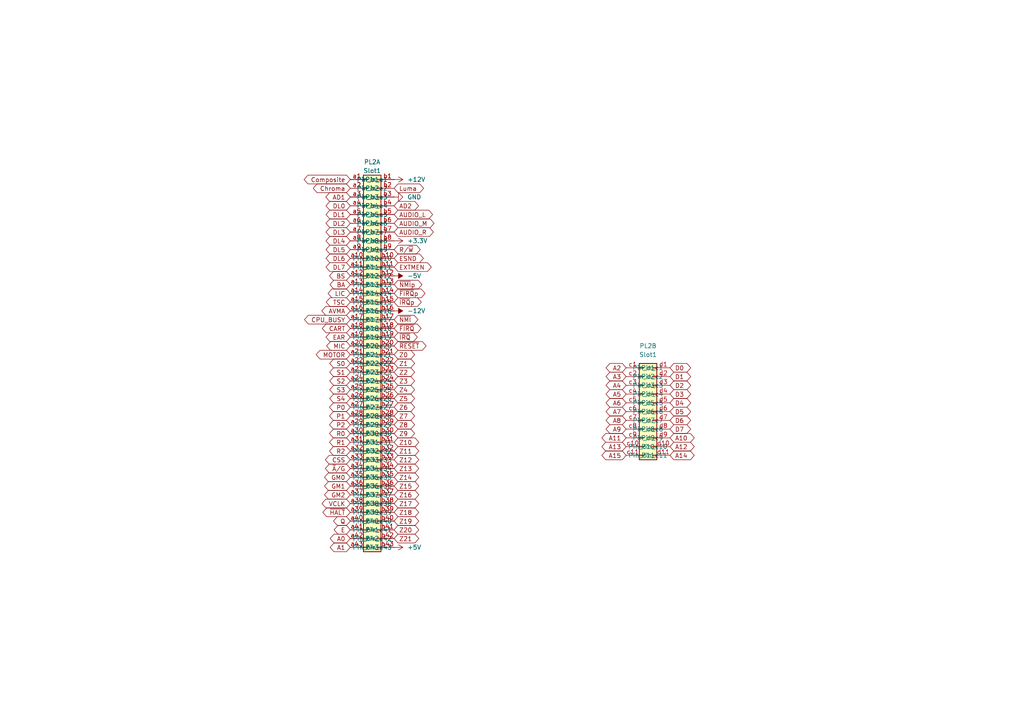
<source format=kicad_sch>
(kicad_sch (version 20231120) (generator "eeschema") (generator_version "8.0")
  (paper "A4")
  (lib_symbols
    (symbol "Card_Edge_1"
      (property "Reference" "PL" (at 0 -0.254 0))
      (symbol "Card_Edge_1_1_1"
        (pin passive line (at -6.35 53.34 0) (length 3.81) (name "Pin_a1") (number "a1"))
        (pin passive line (at -6.35 30.48 0) (length 3.81) (name "Pin_a10") (number "a10"))
        (pin passive line (at -6.35 27.94 0) (length 3.81) (name "Pin_a11") (number "a11"))
        (pin passive line (at -6.35 25.4 0) (length 3.81) (name "Pin_a12") (number "a12"))
        (pin passive line (at -6.35 22.86 0) (length 3.81) (name "Pin_a13") (number "a13"))
        (pin passive line (at -6.35 20.32 0) (length 3.81) (name "Pin_a14") (number "a14"))
        (pin passive line (at -6.35 17.78 0) (length 3.81) (name "Pin_a15") (number "a15"))
        (pin passive line (at -6.35 15.24 0) (length 3.81) (name "Pin_a16") (number "a16"))
        (pin passive line (at -6.35 12.7 0) (length 3.81) (name "Pin_a17") (number "a17"))
        (pin passive line (at -6.35 10.16 0) (length 3.81) (name "Pin_a18") (number "a18"))
        (pin passive line (at -6.35 7.62 0) (length 3.81) (name "Pin_a19") (number "a19"))
        (pin passive line (at -6.35 50.8 0) (length 3.81) (name "Pin_a2") (number "a2"))
        (pin passive line (at -6.35 5.08 0) (length 3.81) (name "Pin_a20") (number "a20"))
        (pin passive line (at -6.35 2.54 0) (length 3.81) (name "Pin_a21") (number "a21"))
        (pin passive line (at -6.35 0 0) (length 3.81) (name "Pin_a22") (number "a22"))
        (pin passive line (at -6.35 -2.54 0) (length 3.81) (name "Pin_a23") (number "a23"))
        (pin passive line (at -6.35 -5.08 0) (length 3.81) (name "Pin_a24") (number "a24"))
        (pin passive line (at -6.35 -7.62 0) (length 3.81) (name "Pin_a25") (number "a25"))
        (pin passive line (at -6.35 -10.16 0) (length 3.81) (name "Pin_a26") (number "a26"))
        (pin passive line (at -6.35 -12.7 0) (length 3.81) (name "Pin_a27") (number "a27"))
        (pin passive line (at -6.35 -15.24 0) (length 3.81) (name "Pin_a28") (number "a28"))
        (pin passive line (at -6.35 -17.78 0) (length 3.81) (name "Pin_a29") (number "a29"))
        (pin passive line (at -6.35 48.26 0) (length 3.81) (name "Pin_a3") (number "a3"))
        (pin passive line (at -6.35 -20.32 0) (length 3.81) (name "Pin_a30") (number "a30"))
        (pin passive line (at -6.35 -22.86 0) (length 3.81) (name "Pin_a31") (number "a31"))
        (pin passive line (at -6.35 -25.4 0) (length 3.81) (name "Pin_a32") (number "a32"))
        (pin passive line (at -6.35 -27.94 0) (length 3.81) (name "Pin_a33") (number "a33"))
        (pin passive line (at -6.35 -30.48 0) (length 3.81) (name "Pin_a34") (number "a34"))
        (pin passive line (at -6.35 -33.02 0) (length 3.81) (name "Pin_a35") (number "a35"))
        (pin passive line (at -6.35 -35.56 0) (length 3.81) (name "Pin_a36") (number "a36"))
        (pin passive line (at -6.35 -38.1 0) (length 3.81) (name "Pin_a37") (number "a37"))
        (pin passive line (at -6.35 -40.64 0) (length 3.81) (name "Pin_a38") (number "a38"))
        (pin passive line (at -6.35 -43.18 0) (length 3.81) (name "Pin_a39") (number "a39"))
        (pin passive line (at -6.35 45.72 0) (length 3.81) (name "Pin_a4") (number "a4"))
        (pin passive line (at -6.35 -45.72 0) (length 3.81) (name "Pin_a40") (number "a40"))
        (pin passive line (at -6.35 -48.26 0) (length 3.81) (name "Pin_a41") (number "a41"))
        (pin passive line (at -6.35 -50.8 0) (length 3.81) (name "Pin_a42") (number "a42"))
        (pin passive line (at -6.35 -53.34 0) (length 3.81) (name "Pin_a43") (number "a43"))
        (pin passive line (at -6.35 43.18 0) (length 3.81) (name "Pin_a5") (number "a5"))
        (pin passive line (at -6.35 40.64 0) (length 3.81) (name "Pin_a6") (number "a6"))
        (pin passive line (at -6.35 38.1 0) (length 3.81) (name "Pin_a7") (number "a7"))
        (pin passive line (at -6.35 35.56 0) (length 3.81) (name "Pin_a8") (number "a8"))
        (pin passive line (at -6.35 33.02 0) (length 3.81) (name "Pin_a9") (number "a9"))
        (pin passive line (at 6.35 53.34 180) (length 3.81) (name "Pin_b1") (number "b1"))
        (pin passive line (at 6.35 30.48 180) (length 3.81) (name "Pin_b10") (number "b10"))
        (pin passive line (at 6.35 27.94 180) (length 3.81) (name "Pin_b11") (number "b11"))
        (pin passive line (at 6.35 25.4 180) (length 3.81) (name "Pin_b12") (number "b12"))
        (pin passive line (at 6.35 22.86 180) (length 3.81) (name "Pin_b13") (number "b13"))
        (pin passive line (at 6.35 20.32 180) (length 3.81) (name "Pin_b14") (number "b14"))
        (pin passive line (at 6.35 17.78 180) (length 3.81) (name "Pin_b15") (number "b15"))
        (pin passive line (at 6.35 15.24 180) (length 3.81) (name "Pin_b16") (number "b16"))
        (pin passive line (at 6.35 12.7 180) (length 3.81) (name "Pin_b17") (number "b17"))
        (pin passive line (at 6.35 10.16 180) (length 3.81) (name "Pin_b18") (number "b18"))
        (pin passive line (at 6.35 7.62 180) (length 3.81) (name "Pin_b19") (number "b19"))
        (pin passive line (at 6.35 50.8 180) (length 3.81) (name "Pin_b2") (number "b2"))
        (pin passive line (at 6.35 5.08 180) (length 3.81) (name "Pin_b20") (number "b20"))
        (pin passive line (at 6.35 2.54 180) (length 3.81) (name "Pin_b21") (number "b21"))
        (pin passive line (at 6.35 0 180) (length 3.81) (name "Pin_b22") (number "b22"))
        (pin passive line (at 6.35 -2.54 180) (length 3.81) (name "Pin_b23") (number "b23"))
        (pin passive line (at 6.35 -5.08 180) (length 3.81) (name "Pin_b24") (number "b24"))
        (pin passive line (at 6.35 -7.62 180) (length 3.81) (name "Pin_b25") (number "b25"))
        (pin passive line (at 6.35 -10.16 180) (length 3.81) (name "Pin_b26") (number "b26"))
        (pin passive line (at 6.35 -12.7 180) (length 3.81) (name "Pin_b27") (number "b27"))
        (pin passive line (at 6.35 -15.24 180) (length 3.81) (name "Pin_b28") (number "b28"))
        (pin passive line (at 6.35 -17.78 180) (length 3.81) (name "Pin_b29") (number "b29"))
        (pin passive line (at 6.35 48.26 180) (length 3.81) (name "Pin_b3") (number "b3"))
        (pin passive line (at 6.35 -20.32 180) (length 3.81) (name "Pin_b30") (number "b30"))
        (pin passive line (at 6.35 -22.86 180) (length 3.81) (name "Pin_b31") (number "b31"))
        (pin passive line (at 6.35 -25.4 180) (length 3.81) (name "Pin_b32") (number "b32"))
        (pin passive line (at 6.35 -27.94 180) (length 3.81) (name "Pin_b33") (number "b33"))
        (pin passive line (at 6.35 -30.48 180) (length 3.81) (name "Pin_b34") (number "b34"))
        (pin passive line (at 6.35 -33.02 180) (length 3.81) (name "Pin_b35") (number "b35"))
        (pin passive line (at 6.35 -35.56 180) (length 3.81) (name "Pin_b36") (number "b36"))
        (pin passive line (at 6.35 -38.1 180) (length 3.81) (name "Pin_b37") (number "b37"))
        (pin passive line (at 6.35 -40.64 180) (length 3.81) (name "Pin_b38") (number "b38"))
        (pin passive line (at 6.35 -43.18 180) (length 3.81) (name "Pin_b39") (number "b39"))
        (pin passive line (at 6.35 45.72 180) (length 3.81) (name "Pin_b4") (number "b4"))
        (pin passive line (at 6.35 -45.72 180) (length 3.81) (name "Pin_b40") (number "b40"))
        (pin passive line (at 6.35 -48.26 180) (length 3.81) (name "Pin_b41") (number "b41"))
        (pin passive line (at 6.35 -50.8 180) (length 3.81) (name "Pin_b42") (number "b42"))
        (pin passive line (at 6.35 -53.34 180) (length 3.81) (name "Pin_b43") (number "b43"))
        (pin passive line (at 6.35 43.18 180) (length 3.81) (name "Pin_b5") (number "b5"))
        (pin passive line (at 6.35 40.64 180) (length 3.81) (name "Pin_b6") (number "b6"))
        (pin passive line (at 6.35 38.1 180) (length 3.81) (name "Pin_b7") (number "b7"))
        (pin passive line (at 6.35 35.56 180) (length 3.81) (name "Pin_b8") (number "b8"))
        (pin passive line (at 6.35 33.02 180) (length 3.81) (name "Pin_b9") (number "b9"))
      )
      (symbol "Card_Edge_1_2_1"
        (pin passive line (at -6.35 12.7 0) (length 3.81) (name "Pin_c1") (number "c1"))
        (pin passive line (at -6.35 -10.16 0) (length 3.81) (name "Pin_c10") (number "c10"))
        (pin passive line (at -6.35 -12.7 0) (length 3.81) (name "Pin_c11") (number "c11"))
        (pin passive line (at -6.35 10.16 0) (length 3.81) (name "Pin_c2") (number "c2"))
        (pin passive line (at -6.35 7.62 0) (length 3.81) (name "Pin_c3") (number "c3"))
        (pin passive line (at -6.35 5.08 0) (length 3.81) (name "Pin_c4") (number "c4"))
        (pin passive line (at -6.35 2.54 0) (length 3.81) (name "Pin_c5") (number "c5"))
        (pin passive line (at -6.35 0 0) (length 3.81) (name "Pin_c6") (number "c6"))
        (pin passive line (at -6.35 -2.54 0) (length 3.81) (name "Pin_c7") (number "c7"))
        (pin passive line (at -6.35 -5.08 0) (length 3.81) (name "Pin_c8") (number "c8"))
        (pin passive line (at -6.35 -7.62 0) (length 3.81) (name "Pin_c9") (number "c9"))
        (pin passive line (at 6.35 12.7 180) (length 3.81) (name "Pin_d1") (number "d1"))
        (pin passive line (at 6.35 -10.16 180) (length 3.81) (name "Pin_d10") (number "d10"))
        (pin passive line (at 6.35 -12.7 180) (length 3.81) (name "Pin_d11") (number "d11"))
        (pin passive line (at 6.35 10.16 180) (length 3.81) (name "Pin_d2") (number "d2"))
        (pin passive line (at 6.35 7.62 180) (length 3.81) (name "Pin_d3") (number "d3"))
        (pin passive line (at 6.35 5.08 180) (length 3.81) (name "Pin_d4") (number "d4"))
        (pin passive line (at 6.35 2.54 180) (length 3.81) (name "Pin_d5") (number "d5"))
        (pin passive line (at 6.35 0 180) (length 3.81) (name "Pin_d6") (number "d6"))
        (pin passive line (at 6.35 -2.54 180) (length 3.81) (name "Pin_d7") (number "d7"))
        (pin passive line (at 6.35 -5.08 180) (length 3.81) (name "Pin_d8") (number "d8"))
        (pin passive line (at 6.35 -7.62 180) (length 3.81) (name "Pin_d9") (number "d9"))
      )
    )
    (symbol "Library:Card_Edge"
      (property "Reference" "PL" (at 0 -0.254 0))
      (symbol "Card_Edge_1_1"
        (pin passive line (at -6.35 53.34 0) (length 3.81) (name "Pin_a1") (number "a1"))
        (pin passive line (at -6.35 30.48 0) (length 3.81) (name "Pin_a10") (number "a10"))
        (pin passive line (at -6.35 27.94 0) (length 3.81) (name "Pin_a11") (number "a11"))
        (pin passive line (at -6.35 25.4 0) (length 3.81) (name "Pin_a12") (number "a12"))
        (pin passive line (at -6.35 22.86 0) (length 3.81) (name "Pin_a13") (number "a13"))
        (pin passive line (at -6.35 20.32 0) (length 3.81) (name "Pin_a14") (number "a14"))
        (pin passive line (at -6.35 17.78 0) (length 3.81) (name "Pin_a15") (number "a15"))
        (pin passive line (at -6.35 15.24 0) (length 3.81) (name "Pin_a16") (number "a16"))
        (pin passive line (at -6.35 12.7 0) (length 3.81) (name "Pin_a17") (number "a17"))
        (pin passive line (at -6.35 10.16 0) (length 3.81) (name "Pin_a18") (number "a18"))
        (pin passive line (at -6.35 7.62 0) (length 3.81) (name "Pin_a19") (number "a19"))
        (pin passive line (at -6.35 50.8 0) (length 3.81) (name "Pin_a2") (number "a2"))
        (pin passive line (at -6.35 5.08 0) (length 3.81) (name "Pin_a20") (number "a20"))
        (pin passive line (at -6.35 2.54 0) (length 3.81) (name "Pin_a21") (number "a21"))
        (pin passive line (at -6.35 0 0) (length 3.81) (name "Pin_a22") (number "a22"))
        (pin passive line (at -6.35 -2.54 0) (length 3.81) (name "Pin_a23") (number "a23"))
        (pin passive line (at -6.35 -5.08 0) (length 3.81) (name "Pin_a24") (number "a24"))
        (pin passive line (at -6.35 -7.62 0) (length 3.81) (name "Pin_a25") (number "a25"))
        (pin passive line (at -6.35 -10.16 0) (length 3.81) (name "Pin_a26") (number "a26"))
        (pin passive line (at -6.35 -12.7 0) (length 3.81) (name "Pin_a27") (number "a27"))
        (pin passive line (at -6.35 -15.24 0) (length 3.81) (name "Pin_a28") (number "a28"))
        (pin passive line (at -6.35 -17.78 0) (length 3.81) (name "Pin_a29") (number "a29"))
        (pin passive line (at -6.35 48.26 0) (length 3.81) (name "Pin_a3") (number "a3"))
        (pin passive line (at -6.35 -20.32 0) (length 3.81) (name "Pin_a30") (number "a30"))
        (pin passive line (at -6.35 -22.86 0) (length 3.81) (name "Pin_a31") (number "a31"))
        (pin passive line (at -6.35 -25.4 0) (length 3.81) (name "Pin_a32") (number "a32"))
        (pin passive line (at -6.35 -27.94 0) (length 3.81) (name "Pin_a33") (number "a33"))
        (pin passive line (at -6.35 -30.48 0) (length 3.81) (name "Pin_a34") (number "a34"))
        (pin passive line (at -6.35 -33.02 0) (length 3.81) (name "Pin_a35") (number "a35"))
        (pin passive line (at -6.35 -35.56 0) (length 3.81) (name "Pin_a36") (number "a36"))
        (pin passive line (at -6.35 -38.1 0) (length 3.81) (name "Pin_a37") (number "a37"))
        (pin passive line (at -6.35 -40.64 0) (length 3.81) (name "Pin_a38") (number "a38"))
        (pin passive line (at -6.35 -43.18 0) (length 3.81) (name "Pin_a39") (number "a39"))
        (pin passive line (at -6.35 45.72 0) (length 3.81) (name "Pin_a4") (number "a4"))
        (pin passive line (at -6.35 -45.72 0) (length 3.81) (name "Pin_a40") (number "a40"))
        (pin passive line (at -6.35 -48.26 0) (length 3.81) (name "Pin_a41") (number "a41"))
        (pin passive line (at -6.35 -50.8 0) (length 3.81) (name "Pin_a42") (number "a42"))
        (pin passive line (at -6.35 -53.34 0) (length 3.81) (name "Pin_a43") (number "a43"))
        (pin passive line (at -6.35 43.18 0) (length 3.81) (name "Pin_a5") (number "a5"))
        (pin passive line (at -6.35 40.64 0) (length 3.81) (name "Pin_a6") (number "a6"))
        (pin passive line (at -6.35 38.1 0) (length 3.81) (name "Pin_a7") (number "a7"))
        (pin passive line (at -6.35 35.56 0) (length 3.81) (name "Pin_a8") (number "a8"))
        (pin passive line (at -6.35 33.02 0) (length 3.81) (name "Pin_a9") (number "a9"))
        (pin passive line (at 6.35 53.34 180) (length 3.81) (name "Pin_b1") (number "b1"))
        (pin passive line (at 6.35 30.48 180) (length 3.81) (name "Pin_b10") (number "b10"))
        (pin passive line (at 6.35 27.94 180) (length 3.81) (name "Pin_b11") (number "b11"))
        (pin passive line (at 6.35 25.4 180) (length 3.81) (name "Pin_b12") (number "b12"))
        (pin passive line (at 6.35 22.86 180) (length 3.81) (name "Pin_b13") (number "b13"))
        (pin passive line (at 6.35 20.32 180) (length 3.81) (name "Pin_b14") (number "b14"))
        (pin passive line (at 6.35 17.78 180) (length 3.81) (name "Pin_b15") (number "b15"))
        (pin passive line (at 6.35 15.24 180) (length 3.81) (name "Pin_b16") (number "b16"))
        (pin passive line (at 6.35 12.7 180) (length 3.81) (name "Pin_b17") (number "b17"))
        (pin passive line (at 6.35 10.16 180) (length 3.81) (name "Pin_b18") (number "b18"))
        (pin passive line (at 6.35 7.62 180) (length 3.81) (name "Pin_b19") (number "b19"))
        (pin passive line (at 6.35 50.8 180) (length 3.81) (name "Pin_b2") (number "b2"))
        (pin passive line (at 6.35 5.08 180) (length 3.81) (name "Pin_b20") (number "b20"))
        (pin passive line (at 6.35 2.54 180) (length 3.81) (name "Pin_b21") (number "b21"))
        (pin passive line (at 6.35 0 180) (length 3.81) (name "Pin_b22") (number "b22"))
        (pin passive line (at 6.35 -2.54 180) (length 3.81) (name "Pin_b23") (number "b23"))
        (pin passive line (at 6.35 -5.08 180) (length 3.81) (name "Pin_b24") (number "b24"))
        (pin passive line (at 6.35 -7.62 180) (length 3.81) (name "Pin_b25") (number "b25"))
        (pin passive line (at 6.35 -10.16 180) (length 3.81) (name "Pin_b26") (number "b26"))
        (pin passive line (at 6.35 -12.7 180) (length 3.81) (name "Pin_b27") (number "b27"))
        (pin passive line (at 6.35 -15.24 180) (length 3.81) (name "Pin_b28") (number "b28"))
        (pin passive line (at 6.35 -17.78 180) (length 3.81) (name "Pin_b29") (number "b29"))
        (pin passive line (at 6.35 48.26 180) (length 3.81) (name "Pin_b3") (number "b3"))
        (pin passive line (at 6.35 -20.32 180) (length 3.81) (name "Pin_b30") (number "b30"))
        (pin passive line (at 6.35 -22.86 180) (length 3.81) (name "Pin_b31") (number "b31"))
        (pin passive line (at 6.35 -25.4 180) (length 3.81) (name "Pin_b32") (number "b32"))
        (pin passive line (at 6.35 -27.94 180) (length 3.81) (name "Pin_b33") (number "b33"))
        (pin passive line (at 6.35 -30.48 180) (length 3.81) (name "Pin_b34") (number "b34"))
        (pin passive line (at 6.35 -33.02 180) (length 3.81) (name "Pin_b35") (number "b35"))
        (pin passive line (at 6.35 -35.56 180) (length 3.81) (name "Pin_b36") (number "b36"))
        (pin passive line (at 6.35 -38.1 180) (length 3.81) (name "Pin_b37") (number "b37"))
        (pin passive line (at 6.35 -40.64 180) (length 3.81) (name "Pin_b38") (number "b38"))
        (pin passive line (at 6.35 -43.18 180) (length 3.81) (name "Pin_b39") (number "b39"))
        (pin passive line (at 6.35 45.72 180) (length 3.81) (name "Pin_b4") (number "b4"))
        (pin passive line (at 6.35 -45.72 180) (length 3.81) (name "Pin_b40") (number "b40"))
        (pin passive line (at 6.35 -48.26 180) (length 3.81) (name "Pin_b41") (number "b41"))
        (pin passive line (at 6.35 -50.8 180) (length 3.81) (name "Pin_b42") (number "b42"))
        (pin passive line (at 6.35 -53.34 180) (length 3.81) (name "Pin_b43") (number "b43"))
        (pin passive line (at 6.35 43.18 180) (length 3.81) (name "Pin_b5") (number "b5"))
        (pin passive line (at 6.35 40.64 180) (length 3.81) (name "Pin_b6") (number "b6"))
        (pin passive line (at 6.35 38.1 180) (length 3.81) (name "Pin_b7") (number "b7"))
        (pin passive line (at 6.35 35.56 180) (length 3.81) (name "Pin_b8") (number "b8"))
        (pin passive line (at 6.35 33.02 180) (length 3.81) (name "Pin_b9") (number "b9"))
      )
      (symbol "Card_Edge_2_1"
        (pin passive line (at -6.35 36.83 0) (length 3.81) (name "Pin_c1") (number "c1"))
        (pin passive line (at -6.35 13.97 0) (length 3.81) (name "Pin_c10") (number "c10"))
        (pin passive line (at -6.35 11.43 0) (length 3.81) (name "Pin_c11") (number "c11"))
        (pin passive line (at -6.35 8.89 0) (length 3.81) (name "Pin_c12") (number "c12"))
        (pin passive line (at -6.35 6.35 0) (length 3.81) (name "Pin_c13") (number "c13"))
        (pin passive line (at -6.35 3.81 0) (length 3.81) (name "Pin_c14") (number "c14"))
        (pin passive line (at -6.35 1.27 0) (length 3.81) (name "Pin_c15") (number "c15"))
        (pin passive line (at -6.35 -1.27 0) (length 3.81) (name "Pin_c16") (number "c16"))
        (pin passive line (at -6.35 -3.81 0) (length 3.81) (name "Pin_c17") (number "c17"))
        (pin passive line (at -6.35 -6.35 0) (length 3.81) (name "Pin_c18") (number "c18"))
        (pin passive line (at -6.35 -8.89 0) (length 3.81) (name "Pin_c19") (number "c19"))
        (pin passive line (at -6.35 34.29 0) (length 3.81) (name "Pin_c2") (number "c2"))
        (pin passive line (at -6.35 -11.43 0) (length 3.81) (name "Pin_c20") (number "c20"))
        (pin passive line (at -6.35 -13.97 0) (length 3.81) (name "Pin_c21") (number "c21"))
        (pin passive line (at -6.35 -16.51 0) (length 3.81) (name "Pin_c22") (number "c22"))
        (pin passive line (at -6.35 -19.05 0) (length 3.81) (name "Pin_c23") (number "c23"))
        (pin passive line (at -6.35 -21.59 0) (length 3.81) (name "Pin_c24") (number "c24"))
        (pin passive line (at -6.35 -24.13 0) (length 3.81) (name "Pin_c25") (number "c25"))
        (pin passive line (at -6.35 -26.67 0) (length 3.81) (name "Pin_c26") (number "c26"))
        (pin passive line (at -6.35 -29.21 0) (length 3.81) (name "Pin_c27") (number "c27"))
        (pin passive line (at -6.35 -31.75 0) (length 3.81) (name "Pin_c28") (number "c28"))
        (pin passive line (at -6.35 -34.29 0) (length 3.81) (name "Pin_c29") (number "c29"))
        (pin passive line (at -6.35 31.75 0) (length 3.81) (name "Pin_c3") (number "c3"))
        (pin passive line (at -6.35 -36.83 0) (length 3.81) (name "Pin_c30") (number "c30"))
        (pin passive line (at -6.35 29.21 0) (length 3.81) (name "Pin_c4") (number "c4"))
        (pin passive line (at -6.35 26.67 0) (length 3.81) (name "Pin_c5") (number "c5"))
        (pin passive line (at -6.35 24.13 0) (length 3.81) (name "Pin_c6") (number "c6"))
        (pin passive line (at -6.35 21.59 0) (length 3.81) (name "Pin_c7") (number "c7"))
        (pin passive line (at -6.35 19.05 0) (length 3.81) (name "Pin_c8") (number "c8"))
        (pin passive line (at -6.35 16.51 0) (length 3.81) (name "Pin_c9") (number "c9"))
        (pin passive line (at 6.35 36.83 180) (length 3.81) (name "Pin_d1") (number "d1"))
        (pin passive line (at 6.35 13.97 180) (length 3.81) (name "Pin_d10") (number "d10"))
        (pin passive line (at 6.35 11.43 180) (length 3.81) (name "Pin_d11") (number "d11"))
        (pin passive line (at 6.35 8.89 180) (length 3.81) (name "Pin_d12") (number "d12"))
        (pin passive line (at 6.35 6.35 180) (length 3.81) (name "Pin_d13") (number "d13"))
        (pin passive line (at 6.35 3.81 180) (length 3.81) (name "Pin_d14") (number "d14"))
        (pin passive line (at 6.35 1.27 180) (length 3.81) (name "Pin_d15") (number "d15"))
        (pin passive line (at 6.35 -1.27 180) (length 3.81) (name "Pin_d16") (number "d16"))
        (pin passive line (at 6.35 -3.81 180) (length 3.81) (name "Pin_d17") (number "d17"))
        (pin passive line (at 6.35 -6.35 180) (length 3.81) (name "Pin_d18") (number "d18"))
        (pin passive line (at 6.35 -8.89 180) (length 3.81) (name "Pin_d19") (number "d19"))
        (pin passive line (at 6.35 34.29 180) (length 3.81) (name "Pin_d2") (number "d2"))
        (pin passive line (at 6.35 -11.43 180) (length 3.81) (name "Pin_d20") (number "d20"))
        (pin passive line (at 6.35 -13.97 180) (length 3.81) (name "Pin_d21") (number "d21"))
        (pin passive line (at 6.35 -16.51 180) (length 3.81) (name "Pin_d22") (number "d22"))
        (pin passive line (at 6.35 -19.05 180) (length 3.81) (name "Pin_d23") (number "d23"))
        (pin passive line (at 6.35 -21.59 180) (length 3.81) (name "Pin_d24") (number "d24"))
        (pin passive line (at 6.35 -24.13 180) (length 3.81) (name "Pin_d25") (number "d25"))
        (pin passive line (at 6.35 -26.67 180) (length 3.81) (name "Pin_d26") (number "d26"))
        (pin passive line (at 6.35 -29.21 180) (length 3.81) (name "Pin_d27") (number "d27"))
        (pin passive line (at 6.35 -31.75 180) (length 3.81) (name "Pin_d28") (number "d28"))
        (pin passive line (at 6.35 -34.29 180) (length 3.81) (name "Pin_d29") (number "d29"))
        (pin passive line (at 6.35 31.75 180) (length 3.81) (name "Pin_d3") (number "d3"))
        (pin passive line (at 6.35 -36.83 180) (length 3.81) (name "Pin_d30") (number "d30"))
        (pin passive line (at 6.35 29.21 180) (length 3.81) (name "Pin_d4") (number "d4"))
        (pin passive line (at 6.35 26.67 180) (length 3.81) (name "Pin_d5") (number "d5"))
        (pin passive line (at 6.35 24.13 180) (length 3.81) (name "Pin_d6") (number "d6"))
        (pin passive line (at 6.35 21.59 180) (length 3.81) (name "Pin_d7") (number "d7"))
        (pin passive line (at 6.35 19.05 180) (length 3.81) (name "Pin_d8") (number "d8"))
        (pin passive line (at 6.35 16.51 180) (length 3.81) (name "Pin_d9") (number "d9"))
      )
    )
    (symbol "power:+12V" (power) (pin_numbers hide) (pin_names (offset 0) hide)
      (property "Value" "+12V" (at 0 3.556 0))
      (symbol "+12V_1_1"
        (pin power_in line (at 0 0 90) (length 0) (name "~") (number "1"))
      )
    )
    (symbol "power:+3.3V" (power) (pin_numbers hide) (pin_names (offset 0) hide)
      (property "Value" "+3.3V" (at 0 3.556 0))
      (symbol "+3.3V_1_1"
        (pin power_in line (at 0 0 90) (length 0) (name "~") (number "1"))
      )
    )
    (symbol "power:+5V" (power) (pin_numbers hide) (pin_names (offset 0) hide)
      (property "Value" "+5V" (at 0 3.556 0))
      (symbol "+5V_1_1"
        (pin power_in line (at 0 0 90) (length 0) (name "~") (number "1"))
      )
    )
    (symbol "power:-12V" (power) (pin_numbers hide) (pin_names (offset 0) hide)
      (property "Value" "-12V" (at 0 3.556 0))
      (symbol "-12V_0_0"
        (pin power_in line (at 0 0 90) (length 0) (name "~") (number "1"))
      )
    )
    (symbol "power:-5V" (power) (pin_numbers hide) (pin_names (offset 0) hide)
      (property "Value" "-5V" (at 0 3.556 0))
      (symbol "-5V_0_0"
        (pin power_in line (at 0 0 90) (length 0) (name "~") (number "1"))
      )
    )
    (symbol "power:GND" (power) (pin_numbers hide) (pin_names (offset 0) hide)
      (property "Value" "GND" (at 0 -3.81 0))
      (symbol "GND_1_1"
        (pin power_in line (at 0 0 270) (length 0) (name "~") (number "1"))
      )
    )
  )
  (global_label "AD1" (shape bidirectional) (at 101.6 57.15 180) (property "Intersheetrefs" "${INTERSHEET_REFS}" (effects (hide yes))))
  (global_label "A9" (shape bidirectional) (at 181.61 124.46 180) (property "Intersheetrefs" "${INTERSHEET_REFS}" (effects (hide yes))))
  (global_label "Luma" (shape bidirectional) (at 114.3 54.61 0) (property "Intersheetrefs" "${INTERSHEET_REFS}" (effects (hide yes))))
  (global_label "AVMA" (shape bidirectional) (at 101.6 90.17 180) (property "Intersheetrefs" "${INTERSHEET_REFS}" (effects (hide yes))))
  (global_label "TSC" (shape bidirectional) (at 101.6 87.63 180) (property "Intersheetrefs" "${INTERSHEET_REFS}" (effects (hide yes))))
  (global_label "Z9" (shape bidirectional) (at 114.3 125.73 0) (property "Intersheetrefs" "${INTERSHEET_REFS}" (effects (hide yes))))
  (global_label "Z3" (shape bidirectional) (at 114.3 110.49 0) (property "Intersheetrefs" "${INTERSHEET_REFS}" (effects (hide yes))))
  (global_label "Z17" (shape bidirectional) (at 114.3 146.05 0) (property "Intersheetrefs" "${INTERSHEET_REFS}" (effects (hide yes))))
  (global_label "Z13" (shape bidirectional) (at 114.3 135.89 0) (property "Intersheetrefs" "${INTERSHEET_REFS}" (effects (hide yes))))
  (global_label "~{FIRQ}p" (shape bidirectional) (at 114.3 85.09 0) (property "Intersheetrefs" "${INTERSHEET_REFS}" (effects (hide yes))))
  (global_label "A0" (shape bidirectional) (at 101.6 156.21 180) (property "Intersheetrefs" "${INTERSHEET_REFS}" (effects (hide yes))))
  (global_label "GM1" (shape bidirectional) (at 101.6 140.97 180) (property "Intersheetrefs" "${INTERSHEET_REFS}" (effects (hide yes))))
  (global_label "Z10" (shape bidirectional) (at 114.3 128.27 0) (property "Intersheetrefs" "${INTERSHEET_REFS}" (effects (hide yes))))
  (global_label "CSS" (shape bidirectional) (at 101.6 133.35 180) (property "Intersheetrefs" "${INTERSHEET_REFS}" (effects (hide yes))))
  (global_label "A13" (shape bidirectional) (at 181.61 129.54 180) (property "Intersheetrefs" "${INTERSHEET_REFS}" (effects (hide yes))))
  (global_label "D1" (shape bidirectional) (at 194.31 109.22 0) (property "Intersheetrefs" "${INTERSHEET_REFS}" (effects (hide yes))))
  (global_label "A15" (shape bidirectional) (at 181.61 132.08 180) (property "Intersheetrefs" "${INTERSHEET_REFS}" (effects (hide yes))))
  (global_label "D3" (shape bidirectional) (at 194.31 114.3 0) (property "Intersheetrefs" "${INTERSHEET_REFS}" (effects (hide yes))))
  (global_label "Composite" (shape bidirectional) (at 101.6 52.07 180) (property "Intersheetrefs" "${INTERSHEET_REFS}" (effects (hide yes))))
  (global_label "~{NMI}" (shape bidirectional) (at 114.3 92.71 0) (property "Intersheetrefs" "${INTERSHEET_REFS}" (effects (hide yes))))
  (global_label "MOTOR" (shape bidirectional) (at 101.6 102.87 180) (property "Intersheetrefs" "${INTERSHEET_REFS}" (effects (hide yes))))
  (global_label "A1" (shape bidirectional) (at 101.6 158.75 180) (property "Intersheetrefs" "${INTERSHEET_REFS}" (effects (hide yes))))
  (global_label "AUDIO_M" (shape bidirectional) (at 114.3 64.77 0) (property "Intersheetrefs" "${INTERSHEET_REFS}" (effects (hide yes))))
  (global_label "Z20" (shape bidirectional) (at 114.3 153.67 0) (property "Intersheetrefs" "${INTERSHEET_REFS}" (effects (hide yes))))
  (global_label "Z21" (shape bidirectional) (at 114.3 156.21 0) (property "Intersheetrefs" "${INTERSHEET_REFS}" (effects (hide yes))))
  (global_label "A3" (shape bidirectional) (at 181.61 109.22 180) (property "Intersheetrefs" "${INTERSHEET_REFS}" (effects (hide yes))))
  (global_label "Z19" (shape bidirectional) (at 114.3 151.13 0) (property "Intersheetrefs" "${INTERSHEET_REFS}" (effects (hide yes))))
  (global_label "Z14" (shape bidirectional) (at 114.3 138.43 0) (property "Intersheetrefs" "${INTERSHEET_REFS}" (effects (hide yes))))
  (global_label "CPU_BUSY" (shape bidirectional) (at 101.6 92.71 180) (property "Intersheetrefs" "${INTERSHEET_REFS}" (effects (hide yes))))
  (global_label "R{slash}~{W}" (shape bidirectional) (at 114.3 72.39 0) (property "Intersheetrefs" "${INTERSHEET_REFS}" (effects (hide yes))))
  (global_label "~{IRQ}p" (shape bidirectional) (at 114.3 87.63 0) (property "Intersheetrefs" "${INTERSHEET_REFS}" (effects (hide yes))))
  (global_label "P0" (shape bidirectional) (at 101.6 118.11 180) (property "Intersheetrefs" "${INTERSHEET_REFS}" (effects (hide yes))))
  (global_label "P2" (shape bidirectional) (at 101.6 123.19 180) (property "Intersheetrefs" "${INTERSHEET_REFS}" (effects (hide yes))))
  (global_label "D0" (shape bidirectional) (at 194.31 106.68 0) (property "Intersheetrefs" "${INTERSHEET_REFS}" (effects (hide yes))))
  (global_label "Q" (shape bidirectional) (at 101.6 151.13 180) (property "Intersheetrefs" "${INTERSHEET_REFS}" (effects (hide yes))))
  (global_label "D7" (shape bidirectional) (at 194.31 124.46 0) (property "Intersheetrefs" "${INTERSHEET_REFS}" (effects (hide yes))))
  (global_label "Z18" (shape bidirectional) (at 114.3 148.59 0) (property "Intersheetrefs" "${INTERSHEET_REFS}" (effects (hide yes))))
  (global_label "DL2" (shape bidirectional) (at 101.6 64.77 180) (property "Intersheetrefs" "${INTERSHEET_REFS}" (effects (hide yes))))
  (global_label "AD2" (shape bidirectional) (at 114.3 59.69 0) (property "Intersheetrefs" "${INTERSHEET_REFS}" (effects (hide yes))))
  (global_label "~{HALT}" (shape bidirectional) (at 101.6 148.59 180) (property "Intersheetrefs" "${INTERSHEET_REFS}" (effects (hide yes))))
  (global_label "~{RESET}" (shape bidirectional) (at 114.3 100.33 0) (property "Intersheetrefs" "${INTERSHEET_REFS}" (effects (hide yes))))
  (global_label "~{A}{slash}G" (shape bidirectional) (at 101.6 135.89 180) (property "Intersheetrefs" "${INTERSHEET_REFS}" (effects (hide yes))))
  (global_label "~{NMI}p" (shape bidirectional) (at 114.3 82.55 0) (property "Intersheetrefs" "${INTERSHEET_REFS}" (effects (hide yes))))
  (global_label "BS" (shape bidirectional) (at 101.6 80.01 180) (property "Intersheetrefs" "${INTERSHEET_REFS}" (effects (hide yes))))
  (global_label "AUDIO_L" (shape bidirectional) (at 114.3 62.23 0) (property "Intersheetrefs" "${INTERSHEET_REFS}" (effects (hide yes))))
  (global_label "R0" (shape bidirectional) (at 101.6 125.73 180) (property "Intersheetrefs" "${INTERSHEET_REFS}" (effects (hide yes))))
  (global_label "A4" (shape bidirectional) (at 181.61 111.76 180) (property "Intersheetrefs" "${INTERSHEET_REFS}" (effects (hide yes))))
  (global_label "DL6" (shape bidirectional) (at 101.6 74.93 180) (property "Intersheetrefs" "${INTERSHEET_REFS}" (effects (hide yes))))
  (global_label "Z12" (shape bidirectional) (at 114.3 133.35 0) (property "Intersheetrefs" "${INTERSHEET_REFS}" (effects (hide yes))))
  (global_label "VCLK" (shape bidirectional) (at 101.6 146.05 180) (property "Intersheetrefs" "${INTERSHEET_REFS}" (effects (hide yes))))
  (global_label "A14" (shape bidirectional) (at 194.31 132.08 0) (property "Intersheetrefs" "${INTERSHEET_REFS}" (effects (hide yes))))
  (global_label "A5" (shape bidirectional) (at 181.61 114.3 180) (property "Intersheetrefs" "${INTERSHEET_REFS}" (effects (hide yes))))
  (global_label "CART" (shape bidirectional) (at 101.6 95.25 180) (property "Intersheetrefs" "${INTERSHEET_REFS}" (effects (hide yes))))
  (global_label "P1" (shape bidirectional) (at 101.6 120.65 180) (property "Intersheetrefs" "${INTERSHEET_REFS}" (effects (hide yes))))
  (global_label "DL0" (shape bidirectional) (at 101.6 59.69 180) (property "Intersheetrefs" "${INTERSHEET_REFS}" (effects (hide yes))))
  (global_label "BA" (shape bidirectional) (at 101.6 82.55 180) (property "Intersheetrefs" "${INTERSHEET_REFS}" (effects (hide yes))))
  (global_label "MIC" (shape bidirectional) (at 101.6 100.33 180) (property "Intersheetrefs" "${INTERSHEET_REFS}" (effects (hide yes))))
  (global_label "A2" (shape bidirectional) (at 181.61 106.68 180) (property "Intersheetrefs" "${INTERSHEET_REFS}" (effects (hide yes))))
  (global_label "Chroma" (shape bidirectional) (at 101.6 54.61 180) (property "Intersheetrefs" "${INTERSHEET_REFS}" (effects (hide yes))))
  (global_label "EAR" (shape bidirectional) (at 101.6 97.79 180) (property "Intersheetrefs" "${INTERSHEET_REFS}" (effects (hide yes))))
  (global_label "DL7" (shape bidirectional) (at 101.6 77.47 180) (property "Intersheetrefs" "${INTERSHEET_REFS}" (effects (hide yes))))
  (global_label "DL1" (shape bidirectional) (at 101.6 62.23 180) (property "Intersheetrefs" "${INTERSHEET_REFS}" (effects (hide yes))))
  (global_label "~{FIRQ}" (shape bidirectional) (at 114.3 95.25 0) (property "Intersheetrefs" "${INTERSHEET_REFS}" (effects (hide yes))))
  (global_label "S0" (shape bidirectional) (at 101.6 105.41 180) (property "Intersheetrefs" "${INTERSHEET_REFS}" (effects (hide yes))))
  (global_label "DL3" (shape bidirectional) (at 101.6 67.31 180) (property "Intersheetrefs" "${INTERSHEET_REFS}" (effects (hide yes))))
  (global_label "A11" (shape bidirectional) (at 181.61 127 180) (property "Intersheetrefs" "${INTERSHEET_REFS}" (effects (hide yes))))
  (global_label "DL4" (shape bidirectional) (at 101.6 69.85 180) (property "Intersheetrefs" "${INTERSHEET_REFS}" (effects (hide yes))))
  (global_label "Z4" (shape bidirectional) (at 114.3 113.03 0) (property "Intersheetrefs" "${INTERSHEET_REFS}" (effects (hide yes))))
  (global_label "EXTMEN" (shape bidirectional) (at 114.3 77.47 0) (property "Intersheetrefs" "${INTERSHEET_REFS}" (effects (hide yes))))
  (global_label "S4" (shape bidirectional) (at 101.6 115.57 180) (property "Intersheetrefs" "${INTERSHEET_REFS}" (effects (hide yes))))
  (global_label "A10" (shape bidirectional) (at 194.31 127 0) (property "Intersheetrefs" "${INTERSHEET_REFS}" (effects (hide yes))))
  (global_label "S2" (shape bidirectional) (at 101.6 110.49 180) (property "Intersheetrefs" "${INTERSHEET_REFS}" (effects (hide yes))))
  (global_label "Z0" (shape bidirectional) (at 114.3 102.87 0) (property "Intersheetrefs" "${INTERSHEET_REFS}" (effects (hide yes))))
  (global_label "GM0" (shape bidirectional) (at 101.6 138.43 180) (property "Intersheetrefs" "${INTERSHEET_REFS}" (effects (hide yes))))
  (global_label "LIC" (shape bidirectional) (at 101.6 85.09 180) (property "Intersheetrefs" "${INTERSHEET_REFS}" (effects (hide yes))))
  (global_label "Z7" (shape bidirectional) (at 114.3 120.65 0) (property "Intersheetrefs" "${INTERSHEET_REFS}" (effects (hide yes))))
  (global_label "D4" (shape bidirectional) (at 194.31 116.84 0) (property "Intersheetrefs" "${INTERSHEET_REFS}" (effects (hide yes))))
  (global_label "A12" (shape bidirectional) (at 194.31 129.54 0) (property "Intersheetrefs" "${INTERSHEET_REFS}" (effects (hide yes))))
  (global_label "A8" (shape bidirectional) (at 181.61 121.92 180) (property "Intersheetrefs" "${INTERSHEET_REFS}" (effects (hide yes))))
  (global_label "Z2" (shape bidirectional) (at 114.3 107.95 0) (property "Intersheetrefs" "${INTERSHEET_REFS}" (effects (hide yes))))
  (global_label "R1" (shape bidirectional) (at 101.6 128.27 180) (property "Intersheetrefs" "${INTERSHEET_REFS}" (effects (hide yes))))
  (global_label "AUDIO_R" (shape bidirectional) (at 114.3 67.31 0) (property "Intersheetrefs" "${INTERSHEET_REFS}" (effects (hide yes))))
  (global_label "GM2" (shape bidirectional) (at 101.6 143.51 180) (property "Intersheetrefs" "${INTERSHEET_REFS}" (effects (hide yes))))
  (global_label "~{IRQ}" (shape bidirectional) (at 114.3 97.79 0) (property "Intersheetrefs" "${INTERSHEET_REFS}" (effects (hide yes))))
  (global_label "Z15" (shape bidirectional) (at 114.3 140.97 0) (property "Intersheetrefs" "${INTERSHEET_REFS}" (effects (hide yes))))
  (global_label "Z5" (shape bidirectional) (at 114.3 115.57 0) (property "Intersheetrefs" "${INTERSHEET_REFS}" (effects (hide yes))))
  (global_label "DL5" (shape bidirectional) (at 101.6 72.39 180) (property "Intersheetrefs" "${INTERSHEET_REFS}" (effects (hide yes))))
  (global_label "ESND" (shape bidirectional) (at 114.3 74.93 0) (property "Intersheetrefs" "${INTERSHEET_REFS}" (effects (hide yes))))
  (global_label "R2" (shape bidirectional) (at 101.6 130.81 180) (property "Intersheetrefs" "${INTERSHEET_REFS}" (effects (hide yes))))
  (global_label "S1" (shape bidirectional) (at 101.6 107.95 180) (property "Intersheetrefs" "${INTERSHEET_REFS}" (effects (hide yes))))
  (global_label "D2" (shape bidirectional) (at 194.31 111.76 0) (property "Intersheetrefs" "${INTERSHEET_REFS}" (effects (hide yes))))
  (global_label "Z6" (shape bidirectional) (at 114.3 118.11 0) (property "Intersheetrefs" "${INTERSHEET_REFS}" (effects (hide yes))))
  (global_label "A6" (shape bidirectional) (at 181.61 116.84 180) (property "Intersheetrefs" "${INTERSHEET_REFS}" (effects (hide yes))))
  (global_label "Z8" (shape bidirectional) (at 114.3 123.19 0) (property "Intersheetrefs" "${INTERSHEET_REFS}" (effects (hide yes))))
  (global_label "A7" (shape bidirectional) (at 181.61 119.38 180) (property "Intersheetrefs" "${INTERSHEET_REFS}" (effects (hide yes))))
  (global_label "S3" (shape bidirectional) (at 101.6 113.03 180) (property "Intersheetrefs" "${INTERSHEET_REFS}" (effects (hide yes))))
  (global_label "Z11" (shape bidirectional) (at 114.3 130.81 0) (property "Intersheetrefs" "${INTERSHEET_REFS}" (effects (hide yes))))
  (global_label "Z1" (shape bidirectional) (at 114.3 105.41 0) (property "Intersheetrefs" "${INTERSHEET_REFS}" (effects (hide yes))))
  (global_label "D5" (shape bidirectional) (at 194.31 119.38 0) (property "Intersheetrefs" "${INTERSHEET_REFS}" (effects (hide yes))))
  (global_label "D6" (shape bidirectional) (at 194.31 121.92 0) (property "Intersheetrefs" "${INTERSHEET_REFS}" (effects (hide yes))))
  (global_label "E" (shape bidirectional) (at 101.6 153.67 180) (property "Intersheetrefs" "${INTERSHEET_REFS}" (effects (hide yes))))
  (global_label "Z16" (shape bidirectional) (at 114.3 143.51 0) (property "Intersheetrefs" "${INTERSHEET_REFS}" (effects (hide yes))))
  (symbol (lib_id "power:+3.3V") (at 114.3 69.85 270) (unit 1)
    (property "Reference" "#PWR07" (effects (hide yes)))
    (property "Value" "+3.3V" (at 118.11 69.8499 90) (effects (justify left)))
    (property "Description" "Power symbol creates a global label with name \"+3.3V\"" (effects (hide yes)))
  )
  (symbol (lib_id "power:+12V") (at 114.3 52.07 270) (unit 1)
    (property "Reference" "#PWR06" (effects (hide yes)))
    (property "Value" "+12V" (at 118.11 52.0699 90) (effects (justify left)))
    (property "Description" "Power symbol creates a global label with name \"+12V\"" (effects (hide yes)))
  )
  (symbol (lib_id "Library:Card_Edge") (at 107.95 105.41 0) (unit 1)
    (property "Reference" "PL2" (at 107.95 46.99 0))
    (property "Value" "Slot1" (at 107.95 49.53 0))
    (property "Footprint" "Library:Card_Edge" (effects (hide yes)))
  )
  (symbol (lib_name "Card_Edge_1") (lib_id "Library:Card_Edge") (at 187.96 119.38 0) (unit 2)
    (property "Reference" "PL2" (at 187.96 100.33 0))
    (property "Value" "Slot1" (at 187.96 102.87 0))
    (property "Footprint" "Library:Card_Edge" (effects (hide yes)))
  )
  (symbol (lib_id "power:+5V") (at 114.3 158.75 270) (unit 1)
    (property "Reference" "#PWR023" (effects (hide yes)))
    (property "Value" "+5V" (at 118.11 158.7499 90) (effects (justify left)))
    (property "Description" "Power symbol creates a global label with name \"+5V\"" (effects (hide yes)))
  )
  (symbol (lib_id "power:-12V") (at 114.3 90.17 270) (unit 1)
    (property "Reference" "#PWR018" (effects (hide yes)))
    (property "Value" "-12V" (at 118.11 90.1699 90) (effects (justify left)))
    (property "Description" "Power symbol creates a global label with name \"-12V\"" (effects (hide yes)))
  )
  (symbol (lib_id "power:-5V") (at 114.3 80.01 270) (unit 1)
    (property "Reference" "#PWR08" (effects (hide yes)))
    (property "Value" "-5V" (at 118.11 80.0099 90) (effects (justify left)))
    (property "Description" "Power symbol creates a global label with name \"-5V\"" (effects (hide yes)))
  )
  (symbol (lib_id "power:GND") (at 114.3 57.15 90) (mirror x) (unit 1)
    (property "Reference" "#PWR05" (effects (hide yes)))
    (property "Value" "GND" (at 118.11 57.1499 90) (effects (justify right)))
    (property "Description" "Power symbol creates a global label with name \"GND\" , ground" (effects (hide yes)))
  )
)
</source>
